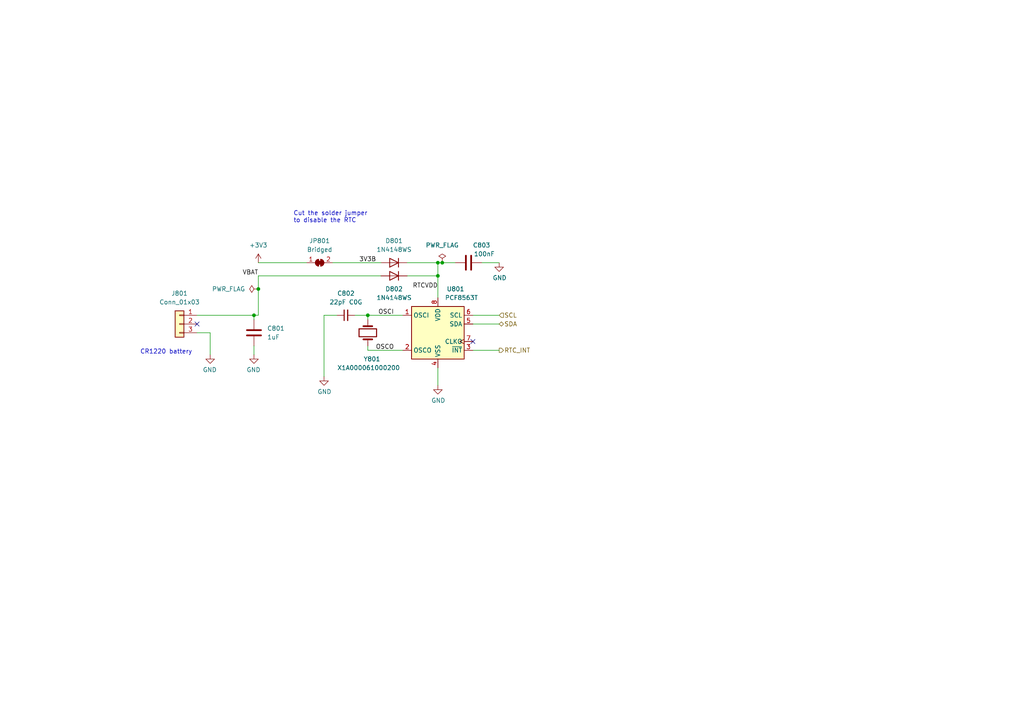
<source format=kicad_sch>
(kicad_sch (version 20230121) (generator eeschema)
  (paper "A4")
  (title_block (title "Sailor Hat for Raspberry Pi") (date "2023-02-12") (rev "v2.0.0") (company "Hat Labs Ltd") (comment 1 "https://creativecommons.org/licenses/by/4.0") (comment 2 "To view a copy of this license, visit ") (comment 3 "Sailor Hat for Raspberry Pi is licensed under CC BY 4.0."))
  (lib_symbols
    (symbol "Connector_Generic:Conn_01x03" (pin_names (offset 1.016) hide)
      (property "Reference" "J" (at 0 5.08 0))
      (property "Value" "Conn_01x03" (at 0 -5.08 0))
      (symbol "Conn_01x03_1_1"
        (rectangle (start -1.27 -2.413) (end 0 -2.667) (stroke (width 0.1524)))
        (rectangle (start -1.27 0.127) (end 0 -0.127) (stroke (width 0.1524)))
        (rectangle (start -1.27 2.667) (end 0 2.413) (stroke (width 0.1524)))
        (rectangle (start -1.27 3.81) (end 1.27 -3.81) (stroke (width 0.254)) (fill (type background)))
        (pin passive line (at -5.08 2.54 0) (length 3.81) (name "Pin_1") (number "1"))
        (pin passive line (at -5.08 0 0) (length 3.81) (name "Pin_2") (number "2"))
        (pin passive line (at -5.08 -2.54 0) (length 3.81) (name "Pin_3") (number "3"))
      )
    )
    (symbol "Device:C" (pin_numbers hide) (pin_names (offset 0.254))
      (property "Reference" "C" (at 0.635 2.54 0))
      (property "Value" "C" (at 0.635 -2.54 0))
      (symbol "C_0_1"
        (polyline (pts (xy -2.032 -0.762) (xy 2.032 -0.762)) (stroke (width 0.508)))
        (polyline (pts (xy -2.032 0.762) (xy 2.032 0.762)) (stroke (width 0.508)))
      )
      (symbol "C_1_1"
        (pin passive line (at 0 3.81 270) (length 2.794) (name "~") (number "1"))
        (pin passive line (at 0 -3.81 90) (length 2.794) (name "~") (number "2"))
      )
    )
    (symbol "Device:C_Small" (pin_numbers hide) (pin_names (offset 0.254) hide)
      (property "Reference" "C" (at 0.254 1.778 0))
      (property "Value" "C_Small" (at 0.254 -2.032 0))
      (symbol "C_Small_0_1"
        (polyline (pts (xy -1.524 -0.508) (xy 1.524 -0.508)) (stroke (width 0.3302)))
        (polyline (pts (xy -1.524 0.508) (xy 1.524 0.508)) (stroke (width 0.3048)))
      )
      (symbol "C_Small_1_1"
        (pin passive line (at 0 2.54 270) (length 2.032) (name "~") (number "1"))
        (pin passive line (at 0 -2.54 90) (length 2.032) (name "~") (number "2"))
      )
    )
    (symbol "Device:Crystal" (pin_numbers hide) (pin_names (offset 1.016) hide)
      (property "Reference" "Y" (at 0 3.81 0))
      (property "Value" "Crystal" (at 0 -3.81 0))
      (symbol "Crystal_0_1"
        (rectangle (start -1.143 2.54) (end 1.143 -2.54) (stroke (width 0.3048)))
        (polyline (pts (xy -2.54 0) (xy -1.905 0)))
        (polyline (pts (xy -1.905 -1.27) (xy -1.905 1.27)) (stroke (width 0.508)))
        (polyline (pts (xy 1.905 -1.27) (xy 1.905 1.27)) (stroke (width 0.508)))
        (polyline (pts (xy 2.54 0) (xy 1.905 0)))
      )
      (symbol "Crystal_1_1"
        (pin passive line (at -3.81 0 0) (length 1.27) (name "1") (number "1"))
        (pin passive line (at 3.81 0 180) (length 1.27) (name "2") (number "2"))
      )
    )
    (symbol "Device:D" (pin_numbers hide) (pin_names (offset 1.016) hide)
      (property "Reference" "D" (at 0 2.54 0))
      (property "Value" "D" (at 0 -2.54 0))
      (symbol "D_0_1"
        (polyline (pts (xy -1.27 1.27) (xy -1.27 -1.27)) (stroke (width 0.254)))
        (polyline (pts (xy 1.27 0) (xy -1.27 0)))
        (polyline (pts (xy 1.27 1.27) (xy 1.27 -1.27) (xy -1.27 0) (xy 1.27 1.27)) (stroke (width 0.254)))
      )
      (symbol "D_1_1"
        (pin passive line (at -3.81 0 0) (length 2.54) (name "K") (number "1"))
        (pin passive line (at 3.81 0 180) (length 2.54) (name "A") (number "2"))
      )
    )
    (symbol "Jumper:SolderJumper_2_Bridged" (pin_names (offset 0) hide)
      (property "Reference" "JP" (at 0 2.032 0))
      (property "Value" "SolderJumper_2_Bridged" (at 0 -2.54 0))
      (symbol "SolderJumper_2_Bridged_0_1"
        (rectangle (start -0.508 0.508) (end 0.508 -0.508) (fill (type outline)))
        (arc (start -0.254 1.016) (mid -1.2656 0) (end -0.254 -1.016))
        (arc (start -0.254 1.016) (mid -1.2656 0) (end -0.254 -1.016) (fill (type outline)))
        (polyline (pts (xy -0.254 1.016) (xy -0.254 -1.016)))
        (polyline (pts (xy 0.254 1.016) (xy 0.254 -1.016)))
        (arc (start 0.254 -1.016) (mid 1.2656 0) (end 0.254 1.016))
        (arc (start 0.254 -1.016) (mid 1.2656 0) (end 0.254 1.016) (fill (type outline)))
      )
      (symbol "SolderJumper_2_Bridged_1_1"
        (pin passive line (at -3.81 0 0) (length 2.54) (name "A") (number "1"))
        (pin passive line (at 3.81 0 180) (length 2.54) (name "B") (number "2"))
      )
    )
    (symbol "SH-RPi:PCF8563T"
      (property "Reference" "U801" (at 2.54 12.7 0))
      (property "Value" "PCF8563T" (at 2.0194 10.16 0))
      (symbol "PCF8563T_0_1"
        (rectangle (start -7.62 7.62) (end 7.62 -7.62) (stroke (width 0.254)) (fill (type background)))
      )
      (symbol "PCF8563T_1_1"
        (pin input line (at -10.16 5.08 0) (length 2.54) (name "OSCI") (number "1"))
        (pin output line (at -10.16 -5.08 0) (length 2.54) (name "OSCO") (number "2"))
        (pin output line (at 10.16 -5.08 180) (length 2.54) (name "~{INT}") (number "3"))
        (pin power_in line (at 0 -10.16 90) (length 2.54) (name "VSS") (number "4"))
        (pin bidirectional line (at 10.16 2.54 180) (length 2.54) (name "SDA") (number "5"))
        (pin input line (at 10.16 5.08 180) (length 2.54) (name "SCL") (number "6"))
        (pin output clock (at 10.16 -2.54 180) (length 2.54) (name "CLKO") (number "7"))
        (pin power_in line (at 0 10.16 270) (length 2.54) (name "VDD") (number "8"))
      )
    )
    (symbol "power:+3V3" (power) (pin_names (offset 0))
      (property "Value" "+3V3" (at 0 3.556 0))
      (symbol "+3V3_0_1"
        (polyline (pts (xy -0.762 1.27) (xy 0 2.54)))
        (polyline (pts (xy 0 0) (xy 0 2.54)))
        (polyline (pts (xy 0 2.54) (xy 0.762 1.27)))
      )
      (symbol "+3V3_1_1"
        (pin power_in line (at 0 0 90) (length 0) hide (name "+3V3") (number "1"))
      )
    )
    (symbol "power:GND" (power) (pin_names (offset 0))
      (property "Value" "GND" (at 0 -3.81 0))
      (symbol "GND_0_1"
        (polyline (pts (xy 0 0) (xy 0 -1.27) (xy 1.27 -1.27) (xy 0 -2.54) (xy -1.27 -1.27) (xy 0 -1.27)))
      )
      (symbol "GND_1_1"
        (pin power_in line (at 0 0 270) (length 0) hide (name "GND") (number "1"))
      )
    )
    (symbol "power:PWR_FLAG" (power) (pin_numbers hide) (pin_names (offset 0) hide)
      (property "Value" "PWR_FLAG" (at 0 3.81 0))
      (symbol "PWR_FLAG_0_0"
        (pin power_out line (at 0 0 90) (length 0) (name "pwr") (number "1"))
      )
      (symbol "PWR_FLAG_0_1"
        (polyline (pts (xy 0 0) (xy 0 1.27) (xy -1.016 1.905) (xy 0 2.54) (xy 1.016 1.905) (xy 0 1.27)))
      )
    )
  )
  (junction (at 74.93 83.82))
  (junction (at 127 76.2))
  (junction (at 128.27 76.2))
  (junction (at 106.68 91.44))
  (junction (at 127 80.01))
  (junction (at 73.66 91.44))
  (no_connect (at 137.16 99.06))
  (no_connect (at 57.15 93.98))
  (wire (pts (xy 110.49 80.01) (xy 74.93 80.01)))
  (wire (pts (xy 128.27 76.2) (xy 127 76.2)))
  (wire (pts (xy 60.96 96.52) (xy 60.96 102.87)))
  (wire (pts (xy 93.98 91.44) (xy 93.98 109.22)))
  (wire (pts (xy 74.93 76.2) (xy 88.9 76.2)))
  (wire (pts (xy 74.93 80.01) (xy 74.93 83.82)))
  (wire (pts (xy 93.98 91.44) (xy 97.79 91.44)))
  (wire (pts (xy 144.78 91.44) (xy 137.16 91.44)))
  (wire (pts (xy 74.93 83.82) (xy 74.93 91.44)))
  (wire (pts (xy 96.52 76.2) (xy 110.49 76.2)))
  (wire (pts (xy 144.78 76.2) (xy 139.7 76.2)))
  (wire (pts (xy 127 111.76) (xy 127 106.68)))
  (wire (pts (xy 73.66 100.33) (xy 73.66 102.87)))
  (wire (pts (xy 106.68 100.33) (xy 106.68 101.6)))
  (wire (pts (xy 144.78 101.6) (xy 137.16 101.6)))
  (wire (pts (xy 144.78 93.98) (xy 137.16 93.98)))
  (wire (pts (xy 73.66 91.44) (xy 74.93 91.44)))
  (wire (pts (xy 132.08 76.2) (xy 128.27 76.2)))
  (wire (pts (xy 127 76.2) (xy 127 80.01)))
  (wire (pts (xy 57.15 91.44) (xy 73.66 91.44)))
  (wire (pts (xy 118.11 80.01) (xy 127 80.01)))
  (wire (pts (xy 106.68 91.44) (xy 116.84 91.44)))
  (wire (pts (xy 127 80.01) (xy 127 86.36)))
  (wire (pts (xy 106.68 101.6) (xy 116.84 101.6)))
  (wire (pts (xy 73.66 92.71) (xy 73.66 91.44)))
  (wire (pts (xy 118.11 76.2) (xy 127 76.2)))
  (wire (pts (xy 106.68 91.44) (xy 106.68 92.71)))
  (wire (pts (xy 102.87 91.44) (xy 106.68 91.44)))
  (wire (pts (xy 57.15 96.52) (xy 60.96 96.52)))
  (text "Cut the solder jumper\nto disable the RTC" (at 85.09 64.77 0) (effects (font (size 1.27 1.27)) (justify left bottom)))
  (text "CR1220 battery" (at 40.64 102.87 0) (effects (font (size 1.27 1.27)) (justify left bottom)))
  (label "3V3B" (at 104.14 76.2 0))
  (label "OSCO" (at 114.3 101.6 180))
  (label "VBAT" (at 74.93 80.01 180))
  (label "OSCI" (at 114.3 91.44 180))
  (label "RTCVDD" (at 127 83.82 180))
  (hierarchical_label "SCL" (shape input) (at 144.78 91.44 0))
  (hierarchical_label "SDA" (shape bidirectional) (at 144.78 93.98 0))
  (hierarchical_label "RTC_INT" (shape output) (at 144.78 101.6 0))
  (symbol (lib_id "Device:C") (at 135.89 76.2 90) (unit 1)
    (property "Reference" "C803" (at 142.24 71.12 90) (effects (justify left)))
    (property "Value" "100nF" (at 143.51 73.66 90) (effects (justify left)))
    (property "Footprint" "Capacitor_SMD:C_0402_1005Metric" (effects hide))
    (property "LCSC" "C1525" (effects hide))
  )
  (symbol (lib_id "power:GND") (at 144.78 76.2 0) (unit 1)
    (property "Reference" "#PWR0806" (effects hide))
    (property "Value" "GND" (at 144.907 80.5942 0))
  )
  (symbol (lib_id "power:GND") (at 127 111.76 0) (unit 1)
    (property "Reference" "#PWR0805" (effects hide))
    (property "Value" "GND" (at 127.127 116.1542 0))
  )
  (symbol (lib_id "power:GND") (at 60.96 102.87 0) (mirror y) (unit 1)
    (property "Reference" "#PWR0801" (effects hide))
    (property "Value" "GND" (at 60.833 107.2642 0))
  )
  (symbol (lib_id "power:PWR_FLAG") (at 74.93 83.82 90) (mirror x) (unit 1)
    (property "Reference" "#FLG0801" (effects hide))
    (property "Value" "PWR_FLAG" (at 71.12 83.82 90) (effects (justify left)))
  )
  (symbol (lib_id "Device:C_Small") (at 100.33 91.44 90) (unit 1)
    (property "Reference" "C802" (at 100.3363 85.09 90))
    (property "Value" "22pF C0G" (at 100.3363 87.63 90))
    (property "Footprint" "Capacitor_SMD:C_0603_1608Metric" (effects hide))
    (property "LCSC" "C1653" (effects hide))
  )
  (symbol (lib_id "Device:C") (at 73.66 96.52 0) (unit 1)
    (property "Reference" "C801" (at 77.47 95.2499 0) (effects (justify left)))
    (property "Value" "1uF" (at 77.47 97.7899 0) (effects (justify left)))
    (property "Footprint" "Capacitor_SMD:C_0402_1005Metric" (effects hide))
    (property "LCSC" "C52923" (effects hide))
  )
  (symbol (lib_id "Jumper:SolderJumper_2_Bridged") (at 92.71 76.2 0) (unit 1)
    (property "Reference" "JP801" (at 92.71 69.85 0))
    (property "Value" "Bridged" (at 92.71 72.39 0))
    (property "Footprint" "Jumper:SolderJumper-2_P1.3mm_Bridged2Bar_Pad1.0x1.5mm" (effects hide))
  )
  (symbol (lib_id "Device:D") (at 114.3 80.01 0) (mirror y) (unit 1)
    (property "Reference" "D802" (at 114.3 83.82 0))
    (property "Value" "1N4148WS" (at 114.3 86.36 0))
    (property "Footprint" "Diode_SMD:D_SOD-323" (effects hide))
    (property "LCSC" "C2128" (effects hide))
  )
  (symbol (lib_id "SH-RPi:PCF8563T") (at 127 96.52 0) (unit 1)
    (property "Reference" "U801" (at 129.54 83.82 0) (effects (justify left)))
    (property "Value" "PCF8563T" (at 129.0194 86.36 0) (effects (justify left)))
    (property "Footprint" "Package_SO:SOIC-8_3.9x4.9mm_P1.27mm" (effects hide))
    (property "Datasheet" "https://assets.nexperia.com/documents/data-sheet/PCF8563.pdf" (effects hide))
    (property "LCSC" "C7440" (effects hide))
  )
  (symbol (lib_id "power:GND") (at 73.66 102.87 0) (mirror y) (unit 1)
    (property "Reference" "#PWR0802" (effects hide))
    (property "Value" "GND" (at 73.533 107.2642 0))
  )
  (symbol (lib_id "power:+3V3") (at 74.93 76.2 0) (unit 1)
    (property "Reference" "#PWR0803" (effects hide))
    (property "Value" "+3V3" (at 74.93 71.12 0))
  )
  (symbol (lib_id "Connector_Generic:Conn_01x03") (at 52.07 93.98 0) (mirror y) (unit 1)
    (property "Reference" "J801" (at 52.07 85.09 0))
    (property "Value" "Conn_01x03" (at 52.07 87.63 0))
    (property "Footprint" "SH-RPi:BatteryHolder_Myoung_MY-1220-03" (effects hide))
    (property "LCSC" "C964818" (effects hide))
  )
  (symbol (lib_id "power:PWR_FLAG") (at 128.27 76.2 0) (unit 1)
    (property "Reference" "#FLG0802" (effects hide))
    (property "Value" "PWR_FLAG" (at 128.27 71.12 0))
  )
  (symbol (lib_id "Device:D") (at 114.3 76.2 180) (unit 1)
    (property "Reference" "D801" (at 114.3 69.85 0))
    (property "Value" "1N4148WS" (at 114.3 72.39 0))
    (property "Footprint" "Diode_SMD:D_SOD-323" (effects hide))
    (property "LCSC" "C2128" (effects hide))
  )
  (symbol (lib_id "Device:Crystal") (at 106.68 96.52 270) (mirror x) (unit 1)
    (property "Reference" "Y801" (at 105.41 104.14 90) (effects (justify left)))
    (property "Value" "X1A000061000200" (at 97.79 106.68 90) (effects (justify left)))
    (property "Footprint" "Crystal:Crystal_SMD_2012-2Pin_2.0x1.2mm" (effects hide))
    (property "LCSC" "C55208" (effects hide))
  )
  (symbol (lib_id "power:GND") (at 93.98 109.22 0) (unit 1)
    (property "Reference" "#PWR0804" (effects hide))
    (property "Value" "GND" (at 94.107 113.6142 0))
  )
)
</source>
